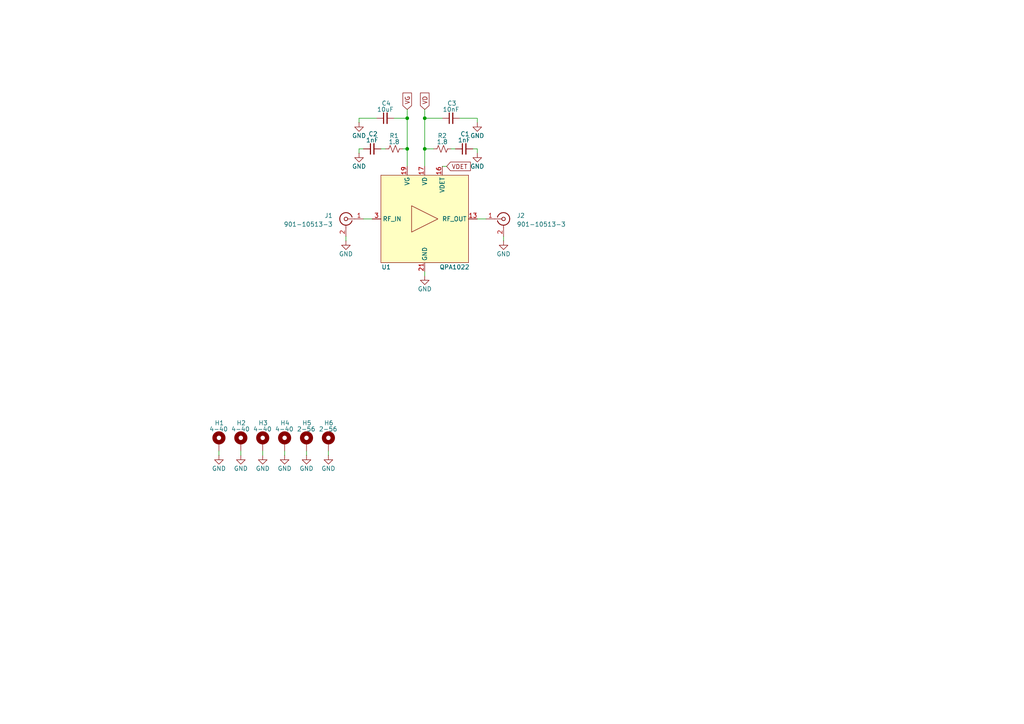
<source format=kicad_sch>
(kicad_sch (version 20231120) (generator "eeschema") (generator_version "8.0")
  (paper "A4")
  (title_block (title "X-Band 4W Amplifier") (date "2024-06-16") (rev "v1.1") (company "openEPR") (comment 1 "Timothy Keller"))
  (lib_symbols
    (symbol "Connector:Conn_Coaxial" (pin_names (offset 1.016) hide)
      (property "Reference" "J" (at 0.254 3.048 0))
      (property "Value" "Conn_Coaxial" (at 2.921 0 90))
      (symbol "Conn_Coaxial_0_1"
        (arc (start -1.778 -0.508) (mid 0.2311 -1.8066) (end 1.778 0) (stroke (width 0.254)))
        (polyline (pts (xy -2.54 0) (xy -0.508 0)))
        (polyline (pts (xy 0 -2.54) (xy 0 -1.778)))
        (circle (center 0 0) (radius 0.508) (stroke (width 0.2032)))
        (arc (start 1.778 0) (mid 0.2099 1.8101) (end -1.778 0.508) (stroke (width 0.254)))
      )
      (symbol "Conn_Coaxial_1_1"
        (pin passive line (at -5.08 0 0) (length 2.54) (name "In") (number "1"))
        (pin passive line (at 0 -5.08 90) (length 2.54) (name "Ext") (number "2"))
      )
    )
    (symbol "Device:C_Small" (pin_numbers hide) (pin_names (offset 0.254) hide)
      (property "Reference" "C" (at 0.254 1.778 0))
      (property "Value" "C_Small" (at 0.254 -2.032 0))
      (symbol "C_Small_0_1"
        (polyline (pts (xy -1.524 -0.508) (xy 1.524 -0.508)) (stroke (width 0.3302)))
        (polyline (pts (xy -1.524 0.508) (xy 1.524 0.508)) (stroke (width 0.3048)))
      )
      (symbol "C_Small_1_1"
        (pin passive line (at 0 2.54 270) (length 2.032) (name "~") (number "1"))
        (pin passive line (at 0 -2.54 90) (length 2.032) (name "~") (number "2"))
      )
    )
    (symbol "Device:R_Small_US" (pin_numbers hide) (pin_names (offset 0.254) hide)
      (property "Reference" "R" (at 0.762 0.508 0))
      (property "Value" "R_Small_US" (at 0.762 -1.016 0))
      (symbol "R_Small_US_1_1"
        (polyline (pts (xy 0 0) (xy 1.016 -0.381) (xy 0 -0.762) (xy -1.016 -1.143) (xy 0 -1.524)))
        (polyline (pts (xy 0 1.524) (xy 1.016 1.143) (xy 0 0.762) (xy -1.016 0.381) (xy 0 0)))
        (pin passive line (at 0 2.54 270) (length 1.016) (name "~") (number "1"))
        (pin passive line (at 0 -2.54 90) (length 1.016) (name "~") (number "2"))
      )
    )
    (symbol "Mechanical:MountingHole_Pad" (pin_numbers hide) (pin_names (offset 1.016) hide)
      (property "Reference" "H" (at 0 6.35 0))
      (property "Value" "MountingHole_Pad" (at 0 4.445 0))
      (symbol "MountingHole_Pad_0_1"
        (circle (center 0 1.27) (radius 1.27) (stroke (width 1.27)))
      )
      (symbol "MountingHole_Pad_1_1"
        (pin input line (at 0 -2.54 90) (length 2.54) (name "1") (number "1"))
      )
    )
    (symbol "_tim-RF:QPA1022"
      (property "Reference" "U" (at 11.43 13.716 0))
      (property "Value" "QPA1022" (at 7.874 -13.97 0))
      (symbol "QPA1022_1_1"
        (rectangle (start -12.7 12.7) (end 12.7 -12.7) (fill (type background)))
        (polyline (pts (xy -3.81 3.81) (xy -3.81 -3.81) (xy 3.81 0) (xy -3.81 3.81)))
        (pin power_in line (at 0 -15.24 90) (length 2.54) hide (name "NC") (number "1"))
        (pin power_in line (at 0 -15.24 90) (length 2.54) hide (name "NC") (number "10"))
        (pin power_in line (at 0 -15.24 90) (length 2.54) hide (name "NC") (number "11"))
        (pin power_in line (at 0 -15.24 90) (length 2.54) hide (name "NC") (number "12"))
        (pin output line (at 15.24 0 180) (length 2.54) (name "RF_OUT") (number "13"))
        (pin power_in line (at 0 -15.24 90) (length 2.54) hide (name "NC") (number "14"))
        (pin power_in line (at 0 -15.24 90) (length 2.54) hide (name "NC") (number "15"))
        (pin output line (at 5.08 15.24 270) (length 2.54) (name "VDET") (number "16"))
        (pin power_in line (at 0 15.24 270) (length 2.54) (name "VD") (number "17"))
        (pin power_in line (at 0 -15.24 90) (length 2.54) hide (name "NC") (number "18"))
        (pin power_in line (at -5.08 15.24 270) (length 2.54) (name "VG") (number "19"))
        (pin power_in line (at 0 -15.24 90) (length 2.54) hide (name "NC") (number "2"))
        (pin power_in line (at 0 -15.24 90) (length 2.54) hide (name "NC") (number "20"))
        (pin power_in line (at 0 -15.24 90) (length 2.54) (name "GND") (number "21"))
        (pin input line (at -15.24 0 0) (length 2.54) (name "RF_IN") (number "3"))
        (pin power_in line (at 0 -15.24 90) (length 2.54) hide (name "NC") (number "4"))
        (pin power_in line (at 0 -15.24 90) (length 2.54) hide (name "NC") (number "5"))
        (pin power_in line (at 0 -15.24 90) (length 2.54) hide (name "NC") (number "6"))
        (pin power_in line (at 0 -15.24 90) (length 2.54) hide (name "NC") (number "7"))
        (pin power_in line (at 0 -15.24 90) (length 2.54) hide (name "NC") (number "8"))
        (pin power_in line (at 0 -15.24 90) (length 2.54) hide (name "NC") (number "9"))
      )
    )
    (symbol "power:GND" (power) (pin_numbers hide) (pin_names (offset 0) hide)
      (property "Value" "GND" (at 0 -3.81 0))
      (symbol "GND_0_1"
        (polyline (pts (xy 0 0) (xy 0 -1.27) (xy 1.27 -1.27) (xy 0 -2.54) (xy -1.27 -1.27) (xy 0 -1.27)))
      )
      (symbol "GND_1_1"
        (pin power_in line (at 0 0 270) (length 0) (name "~") (number "1"))
      )
    )
  )
  (junction (at 123.19 34.29))
  (junction (at 118.11 43.18))
  (junction (at 118.11 34.29))
  (junction (at 123.19 43.18))
  (wire (pts (xy 123.19 31.75) (xy 123.19 34.29)))
  (wire (pts (xy 138.43 34.29) (xy 138.43 35.56)))
  (wire (pts (xy 88.9 130.81) (xy 88.9 132.08)))
  (wire (pts (xy 82.55 130.81) (xy 82.55 132.08)))
  (wire (pts (xy 105.41 63.5) (xy 107.95 63.5)))
  (wire (pts (xy 123.19 34.29) (xy 128.27 34.29)))
  (wire (pts (xy 132.08 43.18) (xy 130.81 43.18)))
  (wire (pts (xy 125.73 43.18) (xy 123.19 43.18)))
  (wire (pts (xy 104.14 43.18) (xy 105.41 43.18)))
  (wire (pts (xy 118.11 31.75) (xy 118.11 34.29)))
  (wire (pts (xy 95.25 130.81) (xy 95.25 132.08)))
  (wire (pts (xy 110.49 43.18) (xy 111.76 43.18)))
  (wire (pts (xy 133.35 34.29) (xy 138.43 34.29)))
  (wire (pts (xy 118.11 43.18) (xy 118.11 48.26)))
  (wire (pts (xy 138.43 63.5) (xy 140.97 63.5)))
  (wire (pts (xy 116.84 43.18) (xy 118.11 43.18)))
  (wire (pts (xy 63.5 130.81) (xy 63.5 132.08)))
  (wire (pts (xy 104.14 34.29) (xy 109.22 34.29)))
  (wire (pts (xy 118.11 34.29) (xy 118.11 43.18)))
  (wire (pts (xy 123.19 78.74) (xy 123.19 80.01)))
  (wire (pts (xy 104.14 44.45) (xy 104.14 43.18)))
  (wire (pts (xy 129.54 48.26) (xy 128.27 48.26)))
  (wire (pts (xy 76.2 130.81) (xy 76.2 132.08)))
  (wire (pts (xy 100.33 68.58) (xy 100.33 69.85)))
  (wire (pts (xy 137.16 43.18) (xy 138.43 43.18)))
  (wire (pts (xy 114.3 34.29) (xy 118.11 34.29)))
  (wire (pts (xy 123.19 34.29) (xy 123.19 43.18)))
  (wire (pts (xy 146.05 68.58) (xy 146.05 69.85)))
  (wire (pts (xy 104.14 35.56) (xy 104.14 34.29)))
  (wire (pts (xy 138.43 43.18) (xy 138.43 44.45)))
  (wire (pts (xy 69.85 130.81) (xy 69.85 132.08)))
  (wire (pts (xy 123.19 43.18) (xy 123.19 48.26)))
  (global_label "VDET" (shape input) (at 129.54 48.26 0) (property "Intersheetrefs" "${INTERSHEET_REFS}" (effects (hide yes))))
  (global_label "VD" (shape input) (at 123.19 31.75 90) (property "Intersheetrefs" "${INTERSHEET_REFS}" (effects (hide yes))))
  (global_label "VG" (shape input) (at 118.11 31.75 90) (property "Intersheetrefs" "${INTERSHEET_REFS}" (effects (hide yes))))
  (symbol (lib_id "Device:C_Small") (at 134.62 43.18 90) (unit 1)
    (property "Reference" "C1" (at 134.874 38.862 90))
    (property "Value" "1nF" (at 134.62 40.64 90))
    (property "Footprint" "Capacitor_SMD:C_0402_1005Metric" (effects (hide yes)))
    (property "Description" "Unpolarized capacitor, small symbol" (effects (hide yes)))
  )
  (symbol (lib_id "Device:C_Small") (at 107.95 43.18 90) (unit 1)
    (property "Reference" "C2" (at 108.204 38.862 90))
    (property "Value" "1nF" (at 107.95 40.64 90))
    (property "Footprint" "Capacitor_SMD:C_0402_1005Metric" (effects (hide yes)))
    (property "Description" "Unpolarized capacitor, small symbol" (effects (hide yes)))
  )
  (symbol (lib_id "Mechanical:MountingHole_Pad") (at 95.25 128.27 0) (unit 1)
    (property "Reference" "H6" (at 93.98 122.682 0) (effects (justify left)))
    (property "Value" "2-56" (at 92.456 124.46 0) (effects (justify left)))
    (property "Footprint" "_tim-Mounting-Holes:2-56_Hole_Pad" (effects (hide yes)))
    (property "Description" "Mounting Hole with connection" (effects (hide yes)))
  )
  (symbol (lib_id "power:GND") (at 138.43 35.56 0) (unit 1)
    (property "Reference" "#PWR012" (effects (hide yes)))
    (property "Value" "GND" (at 138.43 39.37 0))
    (property "Description" "Power symbol creates a global label with name \"GND\" , ground" (effects (hide yes)))
  )
  (symbol (lib_id "_tim-RF:QPA1022") (at 123.19 63.5 0) (unit 1)
    (property "Reference" "U1" (at 112.014 77.47 0))
    (property "Value" "QPA1022" (at 131.826 77.47 0))
    (property "Footprint" "Package_DFN_QFN:QFN-20-1EP_4x4mm_P0.5mm_EP2.5x2.5mm_ThermalVias" (effects (hide yes)))
    (property "Datasheet" "https://www.qorvo.com/products/p/QPA1022" (effects (hide yes)))
    (property "Description" "8.5 - 11 GHz, 4 Watt GaN Power Amplifier" (effects (hide yes)))
  )
  (symbol (lib_id "power:GND") (at 88.9 132.08 0) (unit 1)
    (property "Reference" "#PWR08" (effects (hide yes)))
    (property "Value" "GND" (at 88.9 135.89 0))
    (property "Description" "Power symbol creates a global label with name \"GND\" , ground" (effects (hide yes)))
  )
  (symbol (lib_id "power:GND") (at 146.05 69.85 0) (unit 1)
    (property "Reference" "#PWR01" (effects (hide yes)))
    (property "Value" "GND" (at 146.05 73.66 0))
    (property "Description" "Power symbol creates a global label with name \"GND\" , ground" (effects (hide yes)))
  )
  (symbol (lib_id "power:GND") (at 123.19 80.01 0) (unit 1)
    (property "Reference" "#PWR03" (effects (hide yes)))
    (property "Value" "GND" (at 123.19 83.82 0))
    (property "Description" "Power symbol creates a global label with name \"GND\" , ground" (effects (hide yes)))
  )
  (symbol (lib_id "power:GND") (at 138.43 44.45 0) (unit 1)
    (property "Reference" "#PWR010" (effects (hide yes)))
    (property "Value" "GND" (at 138.43 48.26 0))
    (property "Description" "Power symbol creates a global label with name \"GND\" , ground" (effects (hide yes)))
  )
  (symbol (lib_id "power:GND") (at 95.25 132.08 0) (unit 1)
    (property "Reference" "#PWR09" (effects (hide yes)))
    (property "Value" "GND" (at 95.25 135.89 0))
    (property "Description" "Power symbol creates a global label with name \"GND\" , ground" (effects (hide yes)))
  )
  (symbol (lib_id "Device:R_Small_US") (at 114.3 43.18 90) (unit 1)
    (property "Reference" "R1" (at 114.3 39.37 90))
    (property "Value" "1.8" (at 114.3 41.148 90))
    (property "Footprint" "Resistor_SMD:R_0402_1005Metric" (effects (hide yes)))
    (property "Description" "Resistor, small US symbol" (effects (hide yes)))
  )
  (symbol (lib_id "Connector:Conn_Coaxial") (at 146.05 63.5 0) (unit 1)
    (property "Reference" "J2" (at 149.86 62.5231 0) (effects (justify left)))
    (property "Value" "901-10513-3" (at 149.86 65.0631 0) (effects (justify left)))
    (property "Footprint" "_tim-RF:AMPHENOL_901-10513-3_EDGE_LAUNCH_Female" (effects (hide yes)))
    (property "Datasheet" " ~" (effects (hide yes)))
    (property "Description" "coaxial connector (BNC, SMA, SMB, SMC, Cinch/RCA, LEMO, ...)" (effects (hide yes)))
  )
  (symbol (lib_id "power:GND") (at 104.14 35.56 0) (unit 1)
    (property "Reference" "#PWR013" (effects (hide yes)))
    (property "Value" "GND" (at 104.14 39.37 0))
    (property "Description" "Power symbol creates a global label with name \"GND\" , ground" (effects (hide yes)))
  )
  (symbol (lib_id "power:GND") (at 100.33 69.85 0) (unit 1)
    (property "Reference" "#PWR02" (effects (hide yes)))
    (property "Value" "GND" (at 100.33 73.66 0))
    (property "Description" "Power symbol creates a global label with name \"GND\" , ground" (effects (hide yes)))
  )
  (symbol (lib_id "power:GND") (at 82.55 132.08 0) (unit 1)
    (property "Reference" "#PWR07" (effects (hide yes)))
    (property "Value" "GND" (at 82.55 135.89 0))
    (property "Description" "Power symbol creates a global label with name \"GND\" , ground" (effects (hide yes)))
  )
  (symbol (lib_id "Device:R_Small_US") (at 128.27 43.18 90) (unit 1)
    (property "Reference" "R2" (at 128.27 39.37 90))
    (property "Value" "1.8" (at 128.27 41.148 90))
    (property "Footprint" "Resistor_SMD:R_0402_1005Metric" (effects (hide yes)))
    (property "Description" "Resistor, small US symbol" (effects (hide yes)))
  )
  (symbol (lib_id "power:GND") (at 69.85 132.08 0) (unit 1)
    (property "Reference" "#PWR05" (effects (hide yes)))
    (property "Value" "GND" (at 69.85 135.89 0))
    (property "Description" "Power symbol creates a global label with name \"GND\" , ground" (effects (hide yes)))
  )
  (symbol (lib_id "Mechanical:MountingHole_Pad") (at 69.85 128.27 0) (unit 1)
    (property "Reference" "H2" (at 68.58 122.682 0) (effects (justify left)))
    (property "Value" "4-40" (at 67.056 124.46 0) (effects (justify left)))
    (property "Footprint" "_tim-Mounting-Holes:4-40_Hole_Pad" (effects (hide yes)))
    (property "Description" "Mounting Hole with connection" (effects (hide yes)))
  )
  (symbol (lib_id "Device:C_Small") (at 130.81 34.29 90) (unit 1)
    (property "Reference" "C3" (at 131.064 29.972 90))
    (property "Value" "10nF" (at 130.81 31.75 90))
    (property "Footprint" "Capacitor_SMD:C_0402_1005Metric" (effects (hide yes)))
    (property "Description" "Unpolarized capacitor, small symbol" (effects (hide yes)))
  )
  (symbol (lib_id "Mechanical:MountingHole_Pad") (at 63.5 128.27 0) (unit 1)
    (property "Reference" "H1" (at 62.23 122.682 0) (effects (justify left)))
    (property "Value" "4-40" (at 60.706 124.46 0) (effects (justify left)))
    (property "Footprint" "_tim-Mounting-Holes:4-40_Hole_Pad" (effects (hide yes)))
    (property "Description" "Mounting Hole with connection" (effects (hide yes)))
  )
  (symbol (lib_id "power:GND") (at 104.14 44.45 0) (unit 1)
    (property "Reference" "#PWR011" (effects (hide yes)))
    (property "Value" "GND" (at 104.14 48.26 0))
    (property "Description" "Power symbol creates a global label with name \"GND\" , ground" (effects (hide yes)))
  )
  (symbol (lib_id "Connector:Conn_Coaxial") (at 100.33 63.5 0) (mirror y) (unit 1)
    (property "Reference" "J1" (at 96.52 62.5231 0) (effects (justify left)))
    (property "Value" "901-10513-3" (at 96.52 65.0631 0) (effects (justify left)))
    (property "Footprint" "_tim-RF:AMPHENOL_901-10513-3_EDGE_LAUNCH_Female" (effects (hide yes)))
    (property "Datasheet" " ~" (effects (hide yes)))
    (property "Description" "coaxial connector (BNC, SMA, SMB, SMC, Cinch/RCA, LEMO, ...)" (effects (hide yes)))
  )
  (symbol (lib_id "power:GND") (at 63.5 132.08 0) (unit 1)
    (property "Reference" "#PWR04" (effects (hide yes)))
    (property "Value" "GND" (at 63.5 135.89 0))
    (property "Description" "Power symbol creates a global label with name \"GND\" , ground" (effects (hide yes)))
  )
  (symbol (lib_id "Device:C_Small") (at 111.76 34.29 90) (unit 1)
    (property "Reference" "C4" (at 112.014 29.972 90))
    (property "Value" "10uF" (at 111.76 31.75 90))
    (property "Footprint" "Capacitor_SMD:C_0402_1005Metric" (effects (hide yes)))
    (property "Description" "Unpolarized capacitor, small symbol" (effects (hide yes)))
  )
  (symbol (lib_id "Mechanical:MountingHole_Pad") (at 88.9 128.27 0) (unit 1)
    (property "Reference" "H5" (at 87.63 122.682 0) (effects (justify left)))
    (property "Value" "2-56" (at 86.106 124.46 0) (effects (justify left)))
    (property "Footprint" "_tim-Mounting-Holes:2-56_Hole_Pad" (effects (hide yes)))
    (property "Description" "Mounting Hole with connection" (effects (hide yes)))
  )
  (symbol (lib_id "Mechanical:MountingHole_Pad") (at 82.55 128.27 0) (unit 1)
    (property "Reference" "H4" (at 81.28 122.682 0) (effects (justify left)))
    (property "Value" "4-40" (at 79.756 124.46 0) (effects (justify left)))
    (property "Footprint" "_tim-Mounting-Holes:4-40_Hole_Pad" (effects (hide yes)))
    (property "Description" "Mounting Hole with connection" (effects (hide yes)))
  )
  (symbol (lib_id "Mechanical:MountingHole_Pad") (at 76.2 128.27 0) (unit 1)
    (property "Reference" "H3" (at 74.93 122.682 0) (effects (justify left)))
    (property "Value" "4-40" (at 73.406 124.46 0) (effects (justify left)))
    (property "Footprint" "_tim-Mounting-Holes:4-40_Hole_Pad" (effects (hide yes)))
    (property "Description" "Mounting Hole with connection" (effects (hide yes)))
  )
  (symbol (lib_id "power:GND") (at 76.2 132.08 0) (unit 1)
    (property "Reference" "#PWR06" (effects (hide yes)))
    (property "Value" "GND" (at 76.2 135.89 0))
    (property "Description" "Power symbol creates a global label with name \"GND\" , ground" (effects (hide yes)))
  )
)
</source>
